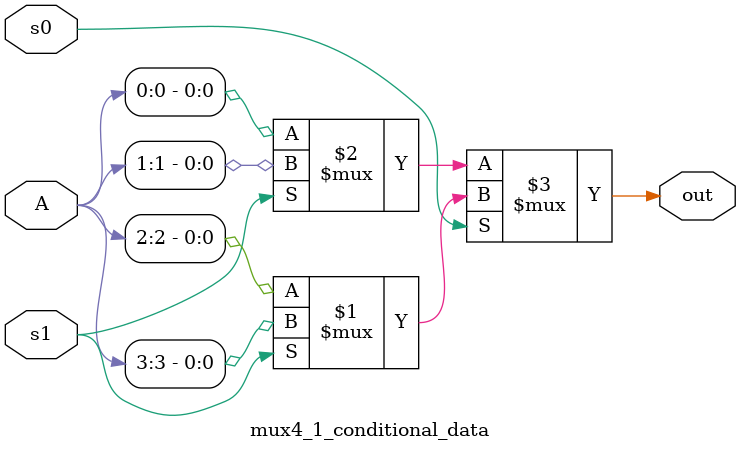
<source format=v>
module mux4_1_conditional_data(output out, input [3:0]A ,input s0,s1);

 assign out = s0?(s1?A[3]:A[2]):(s1?A[1]:A[0]);
endmodule
</source>
